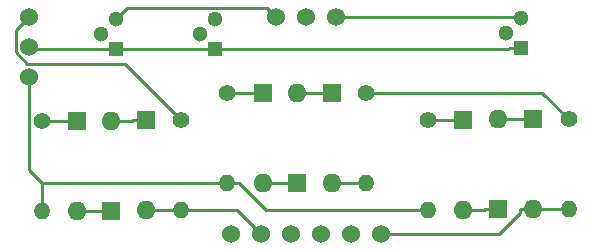
<source format=gbr>
G04 #@! TF.GenerationSoftware,KiCad,Pcbnew,(5.0.0)*
G04 #@! TF.CreationDate,2019-01-17T16:23:05+00:00*
G04 #@! TF.ProjectId,LS04,4C5330342E6B696361645F7063620000,rev?*
G04 #@! TF.SameCoordinates,Original*
G04 #@! TF.FileFunction,Copper,L1,Top,Signal*
G04 #@! TF.FilePolarity,Positive*
%FSLAX46Y46*%
G04 Gerber Fmt 4.6, Leading zero omitted, Abs format (unit mm)*
G04 Created by KiCad (PCBNEW (5.0.0)) date 01/17/19 16:23:05*
%MOMM*%
%LPD*%
G01*
G04 APERTURE LIST*
G04 #@! TA.AperFunction,ComponentPad*
%ADD10O,1.600000X1.600000*%
G04 #@! TD*
G04 #@! TA.AperFunction,ComponentPad*
%ADD11R,1.600000X1.600000*%
G04 #@! TD*
G04 #@! TA.AperFunction,ComponentPad*
%ADD12C,1.524000*%
G04 #@! TD*
G04 #@! TA.AperFunction,ComponentPad*
%ADD13O,1.400000X1.400000*%
G04 #@! TD*
G04 #@! TA.AperFunction,ComponentPad*
%ADD14C,1.400000*%
G04 #@! TD*
G04 #@! TA.AperFunction,ComponentPad*
%ADD15C,1.300000*%
G04 #@! TD*
G04 #@! TA.AperFunction,ComponentPad*
%ADD16R,1.300000X1.300000*%
G04 #@! TD*
G04 #@! TA.AperFunction,Conductor*
%ADD17C,0.250000*%
G04 #@! TD*
G04 APERTURE END LIST*
D10*
G04 #@! TO.P,D1,2*
G04 #@! TO.N,2*
X143129000Y-32448500D03*
D11*
G04 #@! TO.P,D1,1*
G04 #@! TO.N,Net-(D1-Pad1)*
X143129000Y-24828500D03*
G04 #@! TD*
G04 #@! TO.P,D2,1*
G04 #@! TO.N,Net-(D2-Pad1)*
X140144000Y-32512000D03*
D10*
G04 #@! TO.P,D2,2*
G04 #@! TO.N,Net-(D1-Pad1)*
X140144000Y-24892000D03*
G04 #@! TD*
G04 #@! TO.P,D3,2*
G04 #@! TO.N,4*
X158814000Y-30162500D03*
D11*
G04 #@! TO.P,D3,1*
G04 #@! TO.N,Net-(D3-Pad1)*
X158814000Y-22542500D03*
G04 #@! TD*
D10*
G04 #@! TO.P,D4,2*
G04 #@! TO.N,Net-(D3-Pad1)*
X155892000Y-22542500D03*
D11*
G04 #@! TO.P,D4,1*
G04 #@! TO.N,Net-(D4-Pad1)*
X155892000Y-30162500D03*
G04 #@! TD*
G04 #@! TO.P,D5,1*
G04 #@! TO.N,Net-(D5-Pad1)*
X175895000Y-24765000D03*
D10*
G04 #@! TO.P,D5,2*
G04 #@! TO.N,6*
X175895000Y-32385000D03*
G04 #@! TD*
G04 #@! TO.P,D6,2*
G04 #@! TO.N,Net-(D5-Pad1)*
X172910000Y-24765000D03*
D11*
G04 #@! TO.P,D6,1*
G04 #@! TO.N,Net-(D6-Pad1)*
X172910000Y-32385000D03*
G04 #@! TD*
D10*
G04 #@! TO.P,D7,2*
G04 #@! TO.N,Net-(D2-Pad1)*
X137224000Y-32512000D03*
D11*
G04 #@! TO.P,D7,1*
G04 #@! TO.N,Net-(D7-Pad1)*
X137224000Y-24892000D03*
G04 #@! TD*
G04 #@! TO.P,D8,1*
G04 #@! TO.N,Net-(D8-Pad1)*
X152972000Y-22542500D03*
D10*
G04 #@! TO.P,D8,2*
G04 #@! TO.N,Net-(D4-Pad1)*
X152972000Y-30162500D03*
G04 #@! TD*
D11*
G04 #@! TO.P,D9,1*
G04 #@! TO.N,Net-(D9-Pad1)*
X169926000Y-24828500D03*
D10*
G04 #@! TO.P,D9,2*
G04 #@! TO.N,Net-(D6-Pad1)*
X169926000Y-32448500D03*
G04 #@! TD*
D12*
G04 #@! TO.P,J1,21*
G04 #@! TO.N,+6v*
X133171000Y-16077000D03*
G04 #@! TO.P,J1,22*
G04 #@! TO.N,0v*
X133171000Y-18617000D03*
G04 #@! TO.P,J1,23*
G04 #@! TO.N,-6v*
X133171000Y-21157000D03*
G04 #@! TO.P,J1,1*
G04 #@! TO.N,1*
X150316000Y-34492000D03*
G04 #@! TO.P,J1,2*
G04 #@! TO.N,2*
X152856000Y-34492000D03*
G04 #@! TO.P,J1,3*
G04 #@! TO.N,3*
X155396000Y-34492000D03*
G04 #@! TO.P,J1,4*
G04 #@! TO.N,4*
X157936000Y-34492000D03*
G04 #@! TO.P,J1,5*
G04 #@! TO.N,5*
X160476000Y-34492000D03*
G04 #@! TO.P,J1,6*
G04 #@! TO.N,6*
X163016000Y-34492000D03*
G04 #@! TO.P,J1,11*
G04 #@! TO.N,11*
X154126000Y-16077000D03*
G04 #@! TO.P,J1,12*
G04 #@! TO.N,12*
X156666000Y-16077000D03*
G04 #@! TO.P,J1,13*
G04 #@! TO.N,13*
X159206000Y-16077000D03*
G04 #@! TD*
D13*
G04 #@! TO.P,R1,2*
G04 #@! TO.N,2*
X146050000Y-32448500D03*
D14*
G04 #@! TO.P,R1,1*
G04 #@! TO.N,+6v*
X146050000Y-24828500D03*
G04 #@! TD*
G04 #@! TO.P,R2,1*
G04 #@! TO.N,Net-(D7-Pad1)*
X134302000Y-24892000D03*
D13*
G04 #@! TO.P,R2,2*
G04 #@! TO.N,-6v*
X134302000Y-32512000D03*
G04 #@! TD*
D14*
G04 #@! TO.P,R3,1*
G04 #@! TO.N,+6v*
X161734000Y-22542500D03*
D13*
G04 #@! TO.P,R3,2*
G04 #@! TO.N,4*
X161734000Y-30162500D03*
G04 #@! TD*
G04 #@! TO.P,R4,2*
G04 #@! TO.N,-6v*
X149987000Y-30162500D03*
D14*
G04 #@! TO.P,R4,1*
G04 #@! TO.N,Net-(D8-Pad1)*
X149987000Y-22542500D03*
G04 #@! TD*
G04 #@! TO.P,R5,1*
G04 #@! TO.N,+6v*
X178880000Y-24765000D03*
D13*
G04 #@! TO.P,R5,2*
G04 #@! TO.N,6*
X178880000Y-32385000D03*
G04 #@! TD*
G04 #@! TO.P,R6,2*
G04 #@! TO.N,-6v*
X166942000Y-32448500D03*
D14*
G04 #@! TO.P,R6,1*
G04 #@! TO.N,Net-(D9-Pad1)*
X166942000Y-24828500D03*
G04 #@! TD*
D15*
G04 #@! TO.P,VT1,2*
G04 #@! TO.N,Net-(D7-Pad1)*
X139319000Y-17526000D03*
G04 #@! TO.P,VT1,3*
G04 #@! TO.N,11*
X140589000Y-16256000D03*
D16*
G04 #@! TO.P,VT1,1*
G04 #@! TO.N,0v*
X140589000Y-18796000D03*
G04 #@! TD*
G04 #@! TO.P,VT2,1*
G04 #@! TO.N,0v*
X148908000Y-18859500D03*
D15*
G04 #@! TO.P,VT2,3*
G04 #@! TO.N,12*
X148908000Y-16319500D03*
G04 #@! TO.P,VT2,2*
G04 #@! TO.N,Net-(D8-Pad1)*
X147638000Y-17589500D03*
G04 #@! TD*
D16*
G04 #@! TO.P,VT3,1*
G04 #@! TO.N,0v*
X174879000Y-18732500D03*
D15*
G04 #@! TO.P,VT3,3*
G04 #@! TO.N,13*
X174879000Y-16192500D03*
G04 #@! TO.P,VT3,2*
G04 #@! TO.N,Net-(D9-Pad1)*
X173609000Y-17462500D03*
G04 #@! TD*
D17*
G04 #@! TO.N,2*
X146050000Y-32448500D02*
X150812500Y-32448500D01*
X150812500Y-32448500D02*
X152856000Y-34492000D01*
X143129000Y-32448500D02*
X146050000Y-32448500D01*
G04 #@! TO.N,Net-(D1-Pad1)*
X143129000Y-24828500D02*
X142003700Y-24828500D01*
X140144000Y-24892000D02*
X141940200Y-24892000D01*
X141940200Y-24892000D02*
X142003700Y-24828500D01*
G04 #@! TO.N,Net-(D2-Pad1)*
X140144000Y-32512000D02*
X137224000Y-32512000D01*
G04 #@! TO.N,4*
X161734000Y-30162500D02*
X158814000Y-30162500D01*
G04 #@! TO.N,Net-(D3-Pad1)*
X155892000Y-22542500D02*
X158814000Y-22542500D01*
G04 #@! TO.N,Net-(D4-Pad1)*
X152972000Y-30162500D02*
X155892000Y-30162500D01*
G04 #@! TO.N,Net-(D5-Pad1)*
X175895000Y-24765000D02*
X172910000Y-24765000D01*
G04 #@! TO.N,6*
X175895000Y-32385000D02*
X174769700Y-32385000D01*
X163016000Y-34492000D02*
X172944000Y-34492000D01*
X172944000Y-34492000D02*
X174769700Y-32666300D01*
X174769700Y-32666300D02*
X174769700Y-32385000D01*
X178880000Y-32385000D02*
X175895000Y-32385000D01*
G04 #@! TO.N,Net-(D6-Pad1)*
X172910000Y-32385000D02*
X171784700Y-32385000D01*
X169926000Y-32448500D02*
X171721200Y-32448500D01*
X171721200Y-32448500D02*
X171784700Y-32385000D01*
G04 #@! TO.N,Net-(D7-Pad1)*
X134302000Y-24892000D02*
X137224000Y-24892000D01*
G04 #@! TO.N,Net-(D8-Pad1)*
X149987000Y-22542500D02*
X152972000Y-22542500D01*
G04 #@! TO.N,Net-(D9-Pad1)*
X166942000Y-24828500D02*
X169926000Y-24828500D01*
G04 #@! TO.N,+6v*
X178880000Y-24765000D02*
X176657500Y-22542500D01*
X176657500Y-22542500D02*
X161734000Y-22542500D01*
X146050000Y-24828500D02*
X141287000Y-20065500D01*
X141287000Y-20065500D02*
X133053900Y-20065500D01*
X133053900Y-20065500D02*
X132052300Y-19063900D01*
X132052300Y-19063900D02*
X132052300Y-17195700D01*
X132052300Y-17195700D02*
X133171000Y-16077000D01*
G04 #@! TO.N,0v*
X174879000Y-18732500D02*
X173903700Y-18732500D01*
X173903700Y-18732500D02*
X173776700Y-18859500D01*
X173776700Y-18859500D02*
X148908000Y-18859500D01*
X140589000Y-18796000D02*
X141564300Y-18796000D01*
X148908000Y-18859500D02*
X141627800Y-18859500D01*
X141627800Y-18859500D02*
X141564300Y-18796000D01*
X140589000Y-18796000D02*
X133350000Y-18796000D01*
X133350000Y-18796000D02*
X133171000Y-18617000D01*
G04 #@! TO.N,-6v*
X149987000Y-30162500D02*
X151012300Y-30162500D01*
X151012300Y-30162500D02*
X153298300Y-32448500D01*
X153298300Y-32448500D02*
X166942000Y-32448500D01*
X149987000Y-30162500D02*
X134302000Y-30162500D01*
X134302000Y-30162500D02*
X133171000Y-29031500D01*
X133171000Y-29031500D02*
X133171000Y-21157000D01*
X134302000Y-31486700D02*
X134302000Y-30162500D01*
X134302000Y-32512000D02*
X134302000Y-31486700D01*
G04 #@! TO.N,11*
X140589000Y-16256000D02*
X141526300Y-15318700D01*
X141526300Y-15318700D02*
X153367700Y-15318700D01*
X153367700Y-15318700D02*
X154126000Y-16077000D01*
G04 #@! TO.N,13*
X174879000Y-16192500D02*
X174763500Y-16077000D01*
X174763500Y-16077000D02*
X159206000Y-16077000D01*
G04 #@! TD*
M02*

</source>
